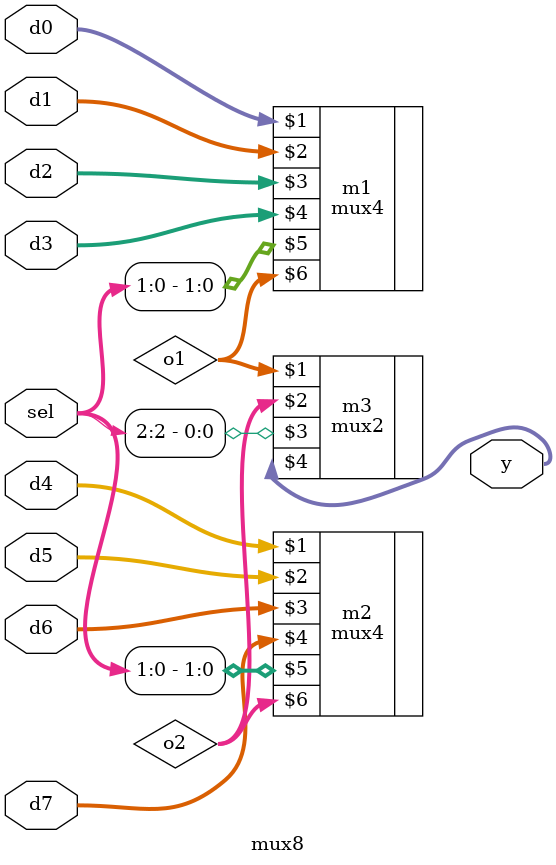
<source format=sv>
module mux8
    #(parameter WIDTH = 32)
     (input logic [WIDTH-1:0] d0,d1,d2,d3,d4,d5,d6,d7,
      input logic [2:0] sel,
      output logic [WIDTH-1:0] y);
 
 logic [WIDTH-1:0] o1,o2;
 
mux4 m1(d0,d1,d2,d3,sel[1:0],o1);
mux4 m2(d4,d5,d6,d7,sel[1:0],o2);
mux2 m3 (o1,o2,sel[2],y);
 
 
 endmodule

</source>
